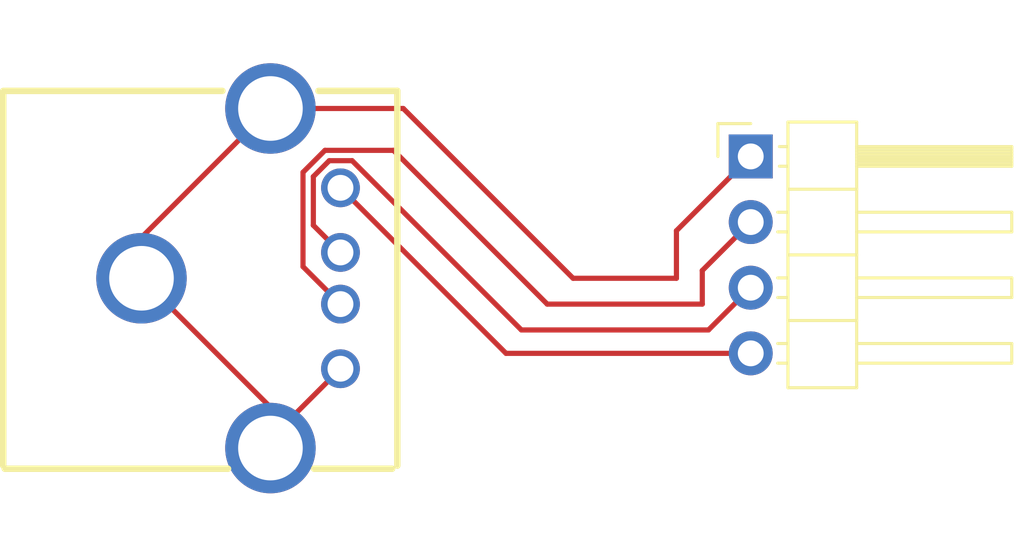
<source format=kicad_pcb>
(kicad_pcb (version 20240108) (generator "pcbnew") (generator_version "8.0")
  (layers (0 "F.Cu" signal) (31 "B.Cu" signal) (34 "B.Paste" user) (35 "F.Paste" user) (36 "B.SilkS" user "B.Silkscreen") (37 "F.SilkS" user "F.Silkscreen") (38 "B.Mask" user) (39 "F.Mask" user) (44 "Edge.Cuts" user))
  (net 0 "")
  (net 1 "/GND")
  (net 2 "/D+")
  (net 3 "/VCC")
  (net 4 "/D-")
  (footprint "easyeda2kicad:USB-A-TH_UBA-4R-D14T-4D" (layer "F.Cu") (at 73.15 74 -90)
    (property "Reference" "USB1" (hide yes))
    (property "Value" "UBA-4R-D14T-4D (LF)(SN)")
    (fp_line (start -7.25 9.2) (end 7.25 9.2) (stroke (width 0.25)) (layer "F.SilkS"))
    (fp_line (start -7.25 0.72) (end -7.25 9.14) (stroke (width 0.25)) (layer "F.SilkS"))
    (fp_line (start 7.37 0.5) (end 7.37 9.14) (stroke (width 0.25)) (layer "F.SilkS"))
    (fp_line (start 7.37 -5.85) (end 7.37 -2.83) (stroke (width 0.25)) (layer "F.SilkS"))
    (fp_line (start -7.25 -6.05) (end -7.25 -3) (stroke (width 0.25)) (layer "F.SilkS"))
    (fp_line (start 7.25 -6.05) (end -7.25 -6.05) (stroke (width 0.25)) (layer "F.SilkS"))
    (pad "1" thru_hole circle (at -3.5 -3.85 270) (size 1.5 1.5) (drill 0.999998) (layers "*.Cu" "*.Mask") (net 3 "/VCC"))
    (pad "2" thru_hole circle (at -1 -3.85 270) (size 1.5 1.5) (drill 0.999998) (layers "*.Cu" "*.Mask") (net 4 "/D-"))
    (pad "3" thru_hole circle (at 1 -3.85 270) (size 1.5 1.5) (drill 0.999998) (layers "*.Cu" "*.Mask") (net 2 "/D+"))
    (pad "4" thru_hole circle (at 3.5 -3.85 270) (size 1.5 1.5) (drill 0.999998) (layers "*.Cu" "*.Mask") (net 1 "/GND"))
    (pad "5" thru_hole circle (at 6.57 -1.14 270) (size 3.5 3.5) (drill 2.50002) (layers "*.Cu" "*.Mask") (net 1 "/GND"))
    (pad "6" thru_hole circle (at -6.57 -1.14 270) (size 3.5 3.5) (drill 2.50002) (layers "*.Cu" "*.Mask") (net 1 "/GND"))
    (pad "7" thru_hole circle (at 0 3.85 270) (size 3.5 3.5) (drill 2.50002) (layers "*.Cu" "*.Mask") (net 1 "/GND"))
  )
  (footprint "Connector_PinHeader_2.54mm:PinHeader_1x04_P2.54mm_Horizontal" (layer "F.Cu") (at 92.875 69.285)
    (property "Reference" "J1" (hide yes))
    (property "Value" "Conn_01x04")
    (fp_line (start -1.27 -1.27) (end 0 -1.27) (stroke (width 0.12)) (layer "F.SilkS"))
    (fp_line (start -1.27 0) (end -1.27 -1.27) (stroke (width 0.12)) (layer "F.SilkS"))
    (fp_line (start 1.042929 2.16) (end 1.44 2.16) (stroke (width 0.12)) (layer "F.SilkS"))
    (fp_line (start 1.042929 2.92) (end 1.44 2.92) (stroke (width 0.12)) (layer "F.SilkS"))
    (fp_line (start 1.042929 4.7) (end 1.44 4.7) (stroke (width 0.12)) (layer "F.SilkS"))
    (fp_line (start 1.042929 5.46) (end 1.44 5.46) (stroke (width 0.12)) (layer "F.SilkS"))
    (fp_line (start 1.042929 7.24) (end 1.44 7.24) (stroke (width 0.12)) (layer "F.SilkS"))
    (fp_line (start 1.042929 8) (end 1.44 8) (stroke (width 0.12)) (layer "F.SilkS"))
    (fp_line (start 1.11 -0.38) (end 1.44 -0.38) (stroke (width 0.12)) (layer "F.SilkS"))
    (fp_line (start 1.11 0.38) (end 1.44 0.38) (stroke (width 0.12)) (layer "F.SilkS"))
    (fp_line (start 1.44 -1.33) (end 1.44 8.95) (stroke (width 0.12)) (layer "F.SilkS"))
    (fp_line (start 1.44 1.27) (end 4.1 1.27) (stroke (width 0.12)) (layer "F.SilkS"))
    (fp_line (start 1.44 3.81) (end 4.1 3.81) (stroke (width 0.12)) (layer "F.SilkS"))
    (fp_line (start 1.44 6.35) (end 4.1 6.35) (stroke (width 0.12)) (layer "F.SilkS"))
    (fp_line (start 1.44 8.95) (end 4.1 8.95) (stroke (width 0.12)) (layer "F.SilkS"))
    (fp_line (start 4.1 -1.33) (end 1.44 -1.33) (stroke (width 0.12)) (layer "F.SilkS"))
    (fp_line (start 4.1 -0.38) (end 10.1 -0.38) (stroke (width 0.12)) (layer "F.SilkS"))
    (fp_line (start 4.1 -0.32) (end 10.1 -0.32) (stroke (width 0.12)) (layer "F.SilkS"))
    (fp_line (start 4.1 -0.2) (end 10.1 -0.2) (stroke (width 0.12)) (layer "F.SilkS"))
    (fp_line (start 4.1 -0.08) (end 10.1 -0.08) (stroke (width 0.12)) (layer "F.SilkS"))
    (fp_line (start 4.1 0.04) (end 10.1 0.04) (stroke (width 0.12)) (layer "F.SilkS"))
    (fp_line (start 4.1 0.16) (end 10.1 0.16) (stroke (width 0.12)) (layer "F.SilkS"))
    (fp_line (start 4.1 0.28) (end 10.1 0.28) (stroke (width 0.12)) (layer "F.SilkS"))
    (fp_line (start 4.1 2.16) (end 10.1 2.16) (stroke (width 0.12)) (layer "F.SilkS"))
    (fp_line (start 4.1 4.7) (end 10.1 4.7) (stroke (width 0.12)) (layer "F.SilkS"))
    (fp_line (start 4.1 7.24) (end 10.1 7.24) (stroke (width 0.12)) (layer "F.SilkS"))
    (fp_line (start 4.1 8.95) (end 4.1 -1.33) (stroke (width 0.12)) (layer "F.SilkS"))
    (fp_line (start 10.1 -0.38) (end 10.1 0.38) (stroke (width 0.12)) (layer "F.SilkS"))
    (fp_line (start 10.1 0.38) (end 4.1 0.38) (stroke (width 0.12)) (layer "F.SilkS"))
    (fp_line (start 10.1 2.16) (end 10.1 2.92) (stroke (width 0.12)) (layer "F.SilkS"))
    (fp_line (start 10.1 2.92) (end 4.1 2.92) (stroke (width 0.12)) (layer "F.SilkS"))
    (fp_line (start 10.1 4.7) (end 10.1 5.46) (stroke (width 0.12)) (layer "F.SilkS"))
    (fp_line (start 10.1 5.46) (end 4.1 5.46) (stroke (width 0.12)) (layer "F.SilkS"))
    (fp_line (start 10.1 7.24) (end 10.1 8) (stroke (width 0.12)) (layer "F.SilkS"))
    (fp_line (start 10.1 8) (end 4.1 8) (stroke (width 0.12)) (layer "F.SilkS"))
    (pad "1" thru_hole rect (at 0 0) (size 1.7 1.7) (drill 1) (layers "*.Cu" "*.Mask") (net 1 "/GND"))
    (pad "2" thru_hole oval (at 0 2.54) (size 1.7 1.7) (drill 1) (layers "*.Cu" "*.Mask") (net 2 "/D+"))
    (pad "3" thru_hole oval (at 0 5.08) (size 1.7 1.7) (drill 1) (layers "*.Cu" "*.Mask") (net 4 "/D-"))
    (pad "4" thru_hole oval (at 0 7.62) (size 1.7 1.7) (drill 1) (layers "*.Cu" "*.Mask") (net 3 "/VCC"))
  )
  (segment (start 69.3 72.42) (end 69.3 74) (width 0.2) (layer "F.Cu") (net 1))
  (segment (start 79.43 67.43) (end 86 74) (width 0.2) (layer "F.Cu") (net 1))
  (segment (start 69.3 74) (end 74.29 78.99) (width 0.2) (layer "F.Cu") (net 1))
  (segment (start 86 74) (end 90 74) (width 0.2) (layer "F.Cu") (net 1))
  (segment (start 74.29 78.99) (end 74.29 80.57) (width 0.2) (layer "F.Cu") (net 1))
  (segment (start 77 77.5) (end 74.29 80.21) (width 0.2) (layer "F.Cu") (net 1))
  (segment (start 74.29 67.43) (end 69.3 72.42) (width 0.2) (layer "F.Cu") (net 1))
  (segment (start 90 72.16) (end 92.875 69.285) (width 0.2) (layer "F.Cu") (net 1))
  (segment (start 74.29 80.21) (end 74.29 80.57) (width 0.2) (layer "F.Cu") (net 1))
  (segment (start 74.29 67.43) (end 79.43 67.43) (width 0.2) (layer "F.Cu") (net 1))
  (segment (start 90 74) (end 90 72.16) (width 0.2) (layer "F.Cu") (net 1))
  (segment (start 77 75) (end 75.55 73.55) (width 0.2) (layer "F.Cu") (net 2))
  (segment (start 91 75) (end 91 73.7) (width 0.2) (layer "F.Cu") (net 2))
  (segment (start 76.399389 69.05) (end 79.05 69.05) (width 0.2) (layer "F.Cu") (net 2))
  (segment (start 85 75) (end 91 75) (width 0.2) (layer "F.Cu") (net 2))
  (segment (start 91 73.7) (end 92.875 71.825) (width 0.2) (layer "F.Cu") (net 2))
  (segment (start 75.55 73.55) (end 75.55 69.899389) (width 0.2) (layer "F.Cu") (net 2))
  (segment (start 75.55 69.899389) (end 76.399389 69.05) (width 0.2) (layer "F.Cu") (net 2))
  (segment (start 79.05 69.05) (end 85 75) (width 0.2) (layer "F.Cu") (net 2))
  (segment (start 77 70.5) (end 83.405 76.905) (width 0.2) (layer "F.Cu") (net 3))
  (segment (start 83.405 76.905) (end 92.875 76.905) (width 0.2) (layer "F.Cu") (net 3))
  (segment (start 84 76) (end 91.24 76) (width 0.2) (layer "F.Cu") (net 4))
  (segment (start 75.95 70.065075) (end 76.565075 69.45) (width 0.2) (layer "F.Cu") (net 4))
  (segment (start 91.24 76) (end 92.875 74.365) (width 0.2) (layer "F.Cu") (net 4))
  (segment (start 75.95 71.95) (end 75.95 70.065075) (width 0.2) (layer "F.Cu") (net 4))
  (segment (start 77.45 69.45) (end 84 76) (width 0.2) (layer "F.Cu") (net 4))
  (segment (start 77 73) (end 75.95 71.95) (width 0.2) (layer "F.Cu") (net 4))
  (segment (start 76.565075 69.45) (end 77.45 69.45) (width 0.2) (layer "F.Cu") (net 4))
)
</source>
